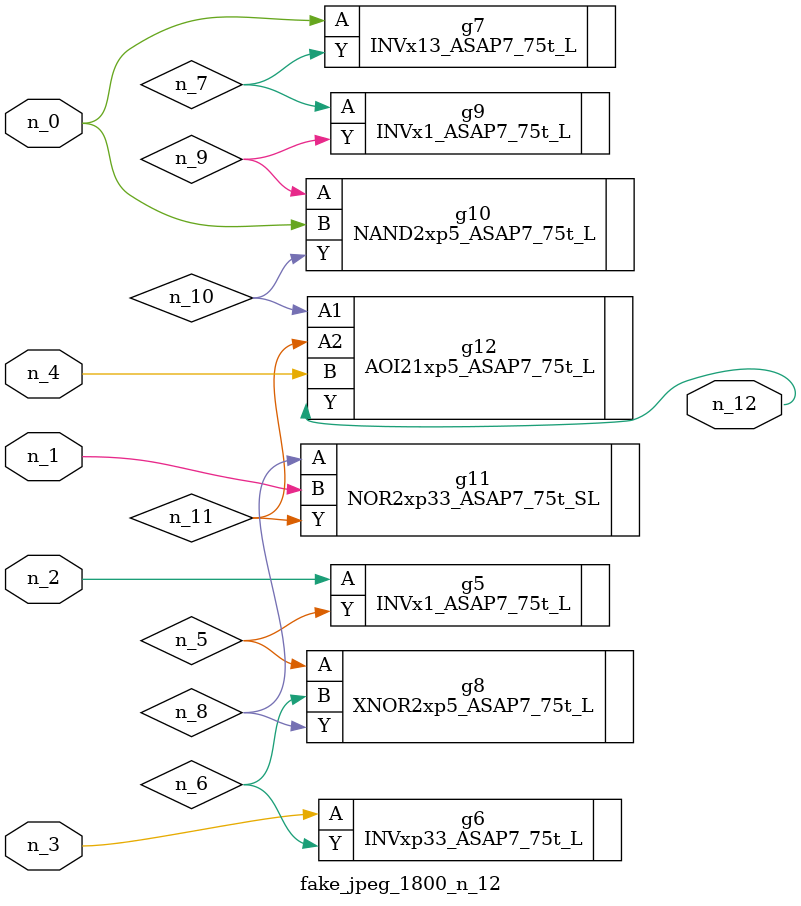
<source format=v>
module fake_jpeg_1800_n_12 (n_3, n_2, n_1, n_0, n_4, n_12);

input n_3;
input n_2;
input n_1;
input n_0;
input n_4;

output n_12;

wire n_11;
wire n_10;
wire n_8;
wire n_9;
wire n_6;
wire n_5;
wire n_7;

INVx1_ASAP7_75t_L g5 ( 
.A(n_2),
.Y(n_5)
);

INVxp33_ASAP7_75t_L g6 ( 
.A(n_3),
.Y(n_6)
);

INVx13_ASAP7_75t_L g7 ( 
.A(n_0),
.Y(n_7)
);

XNOR2xp5_ASAP7_75t_L g8 ( 
.A(n_5),
.B(n_6),
.Y(n_8)
);

NOR2xp33_ASAP7_75t_SL g11 ( 
.A(n_8),
.B(n_1),
.Y(n_11)
);

INVx1_ASAP7_75t_L g9 ( 
.A(n_7),
.Y(n_9)
);

NAND2xp5_ASAP7_75t_L g10 ( 
.A(n_9),
.B(n_0),
.Y(n_10)
);

AOI21xp5_ASAP7_75t_L g12 ( 
.A1(n_10),
.A2(n_11),
.B(n_4),
.Y(n_12)
);


endmodule
</source>
